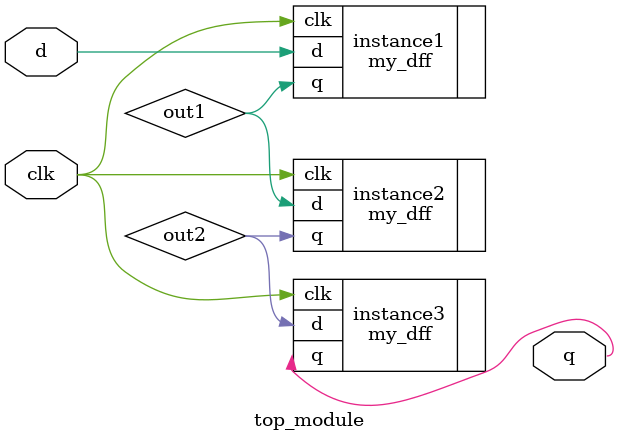
<source format=v>
module top_module ( input clk, input d, output q );
  wire out1, out2;
  my_dff instance1 (.q(out1), .d(d), .clk(clk));
  my_dff instance2 (.q(out2), .d(out1), .clk(clk));
  my_dff instance3 (.q(q), .d(out2), .clk(clk));
endmodule

</source>
